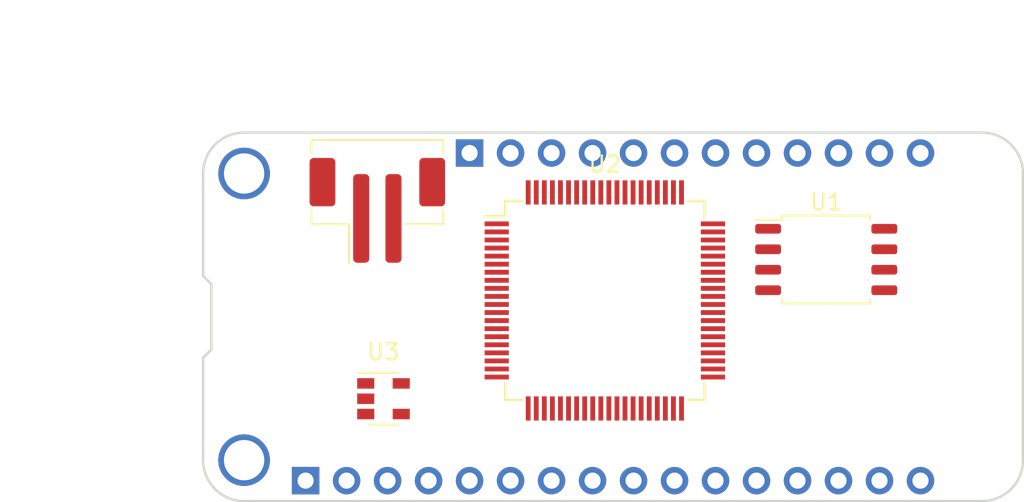
<source format=kicad_pcb>
(kicad_pcb (version 20171130) (host pcbnew "(5.1.5-0-10_14)")

  (general
    (thickness 1.6)
    (drawings 14)
    (tracks 0)
    (zones 0)
    (modules 10)
    (nets 79)
  )

  (page A4)
  (layers
    (0 F.Cu signal)
    (31 B.Cu signal)
    (32 B.Adhes user)
    (33 F.Adhes user)
    (34 B.Paste user)
    (35 F.Paste user)
    (36 B.SilkS user)
    (37 F.SilkS user)
    (38 B.Mask user)
    (39 F.Mask user)
    (40 Dwgs.User user)
    (41 Cmts.User user hide)
    (42 Eco1.User user)
    (43 Eco2.User user)
    (44 Edge.Cuts user)
    (45 Margin user)
    (46 B.CrtYd user)
    (47 F.CrtYd user)
    (48 B.Fab user)
    (49 F.Fab user)
  )

  (setup
    (last_trace_width 0.25)
    (trace_clearance 0.2)
    (zone_clearance 0.508)
    (zone_45_only no)
    (trace_min 0.2)
    (via_size 0.8)
    (via_drill 0.4)
    (via_min_size 0.4)
    (via_min_drill 0.3)
    (uvia_size 0.3)
    (uvia_drill 0.1)
    (uvias_allowed no)
    (uvia_min_size 0.2)
    (uvia_min_drill 0.1)
    (edge_width 0.05)
    (segment_width 0.2)
    (pcb_text_width 0.3)
    (pcb_text_size 1.5 1.5)
    (mod_edge_width 0.12)
    (mod_text_size 1 1)
    (mod_text_width 0.15)
    (pad_size 3.2 3.2)
    (pad_drill 2.5)
    (pad_to_mask_clearance 0.051)
    (solder_mask_min_width 0.25)
    (aux_axis_origin 0 0)
    (visible_elements FFFFF77F)
    (pcbplotparams
      (layerselection 0x010fc_ffffffff)
      (usegerberextensions false)
      (usegerberattributes false)
      (usegerberadvancedattributes false)
      (creategerberjobfile false)
      (excludeedgelayer true)
      (linewidth 0.100000)
      (plotframeref false)
      (viasonmask false)
      (mode 1)
      (useauxorigin false)
      (hpglpennumber 1)
      (hpglpenspeed 20)
      (hpglpendiameter 15.000000)
      (psnegative false)
      (psa4output false)
      (plotreference true)
      (plotvalue true)
      (plotinvisibletext false)
      (padsonsilk false)
      (subtractmaskfromsilk false)
      (outputformat 1)
      (mirror false)
      (drillshape 1)
      (scaleselection 1)
      (outputdirectory ""))
  )

  (net 0 "")
  (net 1 +BATT)
  (net 2 GND)
  (net 3 VBUS)
  (net 4 /MISC)
  (net 5 /TX)
  (net 6 /RX)
  (net 7 /MISO)
  (net 8 /MOSI)
  (net 9 /SCK)
  (net 10 /A5)
  (net 11 /A4)
  (net 12 /A3)
  (net 13 /A2)
  (net 14 /A1)
  (net 15 /A0)
  (net 16 /Aref)
  (net 17 +3V3)
  (net 18 /~RST~)
  (net 19 /SDA)
  (net 20 /SCL)
  (net 21 /GPIO05)
  (net 22 /GPIO06)
  (net 23 /GPIO09)
  (net 24 /GPIO10)
  (net 25 /GPIO11)
  (net 26 /GPIO12)
  (net 27 /GPIO13)
  (net 28 /EN)
  (net 29 /FlexSPI_D3_A)
  (net 30 /FlexSPI_CLK_A)
  (net 31 /FlexSPI_D0_A)
  (net 32 /FlexSPI_D2_A)
  (net 33 /FlexSPI_D1_A)
  (net 34 /FlexSPI_SS0)
  (net 35 /DCDC_OUT)
  (net 36 "Net-(U2-Pad76)")
  (net 37 "Net-(U2-Pad75)")
  (net 38 "Net-(U2-Pad74)")
  (net 39 "Net-(U2-Pad73)")
  (net 40 "Net-(U2-Pad72)")
  (net 41 "Net-(U2-Pad70)")
  (net 42 "Net-(U2-Pad62)")
  (net 43 "Net-(U2-Pad61)")
  (net 44 "Net-(U2-Pad60)")
  (net 45 /CS)
  (net 46 "Net-(U2-Pad46)")
  (net 47 /SWCLK)
  (net 48 /SWDIO)
  (net 49 "Net-(U2-Pad43)")
  (net 50 "Net-(C15-Pad1)")
  (net 51 "Net-(C5-Pad2)")
  (net 52 /XLO)
  (net 53 /XLI)
  (net 54 "Net-(U2-Pad36)")
  (net 55 "Net-(C13-Pad1)")
  (net 56 /D+)
  (net 57 /D-)
  (net 58 "Net-(C11-Pad1)")
  (net 59 "Net-(U2-Pad29)")
  (net 60 /RTCO)
  (net 61 /RTCI)
  (net 62 "Net-(C1-Pad1)")
  (net 63 "Net-(C20-Pad2)")
  (net 64 "Net-(U2-Pad24)")
  (net 65 "Net-(U2-Pad22)")
  (net 66 /ONOFF)
  (net 67 "Net-(C23-Pad1)")
  (net 68 "Net-(U2-Pad13)")
  (net 69 /GPIO5)
  (net 70 /GPIO6)
  (net 71 "Net-(U2-Pad5)")
  (net 72 "Net-(U2-Pad4)")
  (net 73 /GPIO9)
  (net 74 "Net-(U3-Pad5)")
  (net 75 "Net-(U3-Pad4)")
  (net 76 "Net-(U3-Pad3)")
  (net 77 "Net-(U3-Pad2)")
  (net 78 "Net-(U3-Pad1)")

  (net_class Default "This is the default net class."
    (clearance 0.2)
    (trace_width 0.25)
    (via_dia 0.8)
    (via_drill 0.4)
    (uvia_dia 0.3)
    (uvia_drill 0.1)
    (add_net +3V3)
    (add_net +BATT)
    (add_net /A0)
    (add_net /A1)
    (add_net /A2)
    (add_net /A3)
    (add_net /A4)
    (add_net /A5)
    (add_net /Aref)
    (add_net /CS)
    (add_net /D+)
    (add_net /D-)
    (add_net /DCDC_OUT)
    (add_net /EN)
    (add_net /FlexSPI_CLK_A)
    (add_net /FlexSPI_D0_A)
    (add_net /FlexSPI_D1_A)
    (add_net /FlexSPI_D2_A)
    (add_net /FlexSPI_D3_A)
    (add_net /FlexSPI_SS0)
    (add_net /GPIO05)
    (add_net /GPIO06)
    (add_net /GPIO09)
    (add_net /GPIO10)
    (add_net /GPIO11)
    (add_net /GPIO12)
    (add_net /GPIO13)
    (add_net /GPIO5)
    (add_net /GPIO6)
    (add_net /GPIO9)
    (add_net /MISC)
    (add_net /MISO)
    (add_net /MOSI)
    (add_net /ONOFF)
    (add_net /RTCI)
    (add_net /RTCO)
    (add_net /RX)
    (add_net /SCK)
    (add_net /SCL)
    (add_net /SDA)
    (add_net /SWCLK)
    (add_net /SWDIO)
    (add_net /TX)
    (add_net /XLI)
    (add_net /XLO)
    (add_net /~RST~)
    (add_net GND)
    (add_net "Net-(C1-Pad1)")
    (add_net "Net-(C11-Pad1)")
    (add_net "Net-(C13-Pad1)")
    (add_net "Net-(C15-Pad1)")
    (add_net "Net-(C20-Pad2)")
    (add_net "Net-(C23-Pad1)")
    (add_net "Net-(C5-Pad2)")
    (add_net "Net-(U2-Pad13)")
    (add_net "Net-(U2-Pad22)")
    (add_net "Net-(U2-Pad24)")
    (add_net "Net-(U2-Pad29)")
    (add_net "Net-(U2-Pad36)")
    (add_net "Net-(U2-Pad4)")
    (add_net "Net-(U2-Pad43)")
    (add_net "Net-(U2-Pad46)")
    (add_net "Net-(U2-Pad5)")
    (add_net "Net-(U2-Pad60)")
    (add_net "Net-(U2-Pad61)")
    (add_net "Net-(U2-Pad62)")
    (add_net "Net-(U2-Pad70)")
    (add_net "Net-(U2-Pad72)")
    (add_net "Net-(U2-Pad73)")
    (add_net "Net-(U2-Pad74)")
    (add_net "Net-(U2-Pad75)")
    (add_net "Net-(U2-Pad76)")
    (add_net "Net-(U3-Pad1)")
    (add_net "Net-(U3-Pad2)")
    (add_net "Net-(U3-Pad3)")
    (add_net "Net-(U3-Pad4)")
    (add_net "Net-(U3-Pad5)")
    (add_net VBUS)
  )

  (module Package_TO_SOT_SMD:SOT-23-5 (layer F.Cu) (tedit 5A02FF57) (tstamp 5E9CF47A)
    (at 138.176 97.79)
    (descr "5-pin SOT23 package")
    (tags SOT-23-5)
    (path /5E789F12)
    (attr smd)
    (fp_text reference U3 (at 0 -2.9) (layer F.SilkS)
      (effects (font (size 1 1) (thickness 0.15)))
    )
    (fp_text value AP2112K-3.3 (at 0 2.9) (layer F.Fab)
      (effects (font (size 1 1) (thickness 0.15)))
    )
    (fp_line (start 0.9 -1.55) (end 0.9 1.55) (layer F.Fab) (width 0.1))
    (fp_line (start 0.9 1.55) (end -0.9 1.55) (layer F.Fab) (width 0.1))
    (fp_line (start -0.9 -0.9) (end -0.9 1.55) (layer F.Fab) (width 0.1))
    (fp_line (start 0.9 -1.55) (end -0.25 -1.55) (layer F.Fab) (width 0.1))
    (fp_line (start -0.9 -0.9) (end -0.25 -1.55) (layer F.Fab) (width 0.1))
    (fp_line (start -1.9 1.8) (end -1.9 -1.8) (layer F.CrtYd) (width 0.05))
    (fp_line (start 1.9 1.8) (end -1.9 1.8) (layer F.CrtYd) (width 0.05))
    (fp_line (start 1.9 -1.8) (end 1.9 1.8) (layer F.CrtYd) (width 0.05))
    (fp_line (start -1.9 -1.8) (end 1.9 -1.8) (layer F.CrtYd) (width 0.05))
    (fp_line (start 0.9 -1.61) (end -1.55 -1.61) (layer F.SilkS) (width 0.12))
    (fp_line (start -0.9 1.61) (end 0.9 1.61) (layer F.SilkS) (width 0.12))
    (fp_text user %R (at 0 0 90) (layer F.Fab)
      (effects (font (size 0.5 0.5) (thickness 0.075)))
    )
    (pad 5 smd rect (at 1.1 -0.95) (size 1.06 0.65) (layers F.Cu F.Paste F.Mask)
      (net 74 "Net-(U3-Pad5)"))
    (pad 4 smd rect (at 1.1 0.95) (size 1.06 0.65) (layers F.Cu F.Paste F.Mask)
      (net 75 "Net-(U3-Pad4)"))
    (pad 3 smd rect (at -1.1 0.95) (size 1.06 0.65) (layers F.Cu F.Paste F.Mask)
      (net 76 "Net-(U3-Pad3)"))
    (pad 2 smd rect (at -1.1 0) (size 1.06 0.65) (layers F.Cu F.Paste F.Mask)
      (net 77 "Net-(U3-Pad2)"))
    (pad 1 smd rect (at -1.1 -0.95) (size 1.06 0.65) (layers F.Cu F.Paste F.Mask)
      (net 78 "Net-(U3-Pad1)"))
    (model ${KISYS3DMOD}/Package_TO_SOT_SMD.3dshapes/SOT-23-5.wrl
      (at (xyz 0 0 0))
      (scale (xyz 1 1 1))
      (rotate (xyz 0 0 0))
    )
  )

  (module Package_QFP:TQFP-80_12x12mm_P0.5mm (layer F.Cu) (tedit 5A02F146) (tstamp 5E9CF465)
    (at 151.892 91.694)
    (descr "80-Lead Plastic Thin Quad Flatpack (PT) - 12x12x1 mm Body, 2.00 mm [TQFP] (see Microchip Packaging Specification 00000049BS.pdf)")
    (tags "QFP 0.5")
    (path /5E778D1F)
    (attr smd)
    (fp_text reference U2 (at 0 -8.45) (layer F.SilkS)
      (effects (font (size 1 1) (thickness 0.15)))
    )
    (fp_text value MIMXRT1011DAE5A (at 0 8.45) (layer F.Fab)
      (effects (font (size 1 1) (thickness 0.15)))
    )
    (fp_line (start -6.175 -5.225) (end -7.45 -5.225) (layer F.SilkS) (width 0.15))
    (fp_line (start 6.175 -6.175) (end 5.125 -6.175) (layer F.SilkS) (width 0.15))
    (fp_line (start 6.175 6.175) (end 5.125 6.175) (layer F.SilkS) (width 0.15))
    (fp_line (start -6.175 6.175) (end -5.125 6.175) (layer F.SilkS) (width 0.15))
    (fp_line (start -6.175 -6.175) (end -5.125 -6.175) (layer F.SilkS) (width 0.15))
    (fp_line (start -6.175 6.175) (end -6.175 5.125) (layer F.SilkS) (width 0.15))
    (fp_line (start 6.175 6.175) (end 6.175 5.125) (layer F.SilkS) (width 0.15))
    (fp_line (start 6.175 -6.175) (end 6.175 -5.125) (layer F.SilkS) (width 0.15))
    (fp_line (start -6.175 -6.175) (end -6.175 -5.225) (layer F.SilkS) (width 0.15))
    (fp_line (start -7.7 7.7) (end 7.7 7.7) (layer F.CrtYd) (width 0.05))
    (fp_line (start -7.7 -7.7) (end 7.7 -7.7) (layer F.CrtYd) (width 0.05))
    (fp_line (start 7.7 -7.7) (end 7.7 7.7) (layer F.CrtYd) (width 0.05))
    (fp_line (start -7.7 -7.7) (end -7.7 7.7) (layer F.CrtYd) (width 0.05))
    (fp_line (start -6 -5) (end -5 -6) (layer F.Fab) (width 0.15))
    (fp_line (start -6 6) (end -6 -5) (layer F.Fab) (width 0.15))
    (fp_line (start 6 6) (end -6 6) (layer F.Fab) (width 0.15))
    (fp_line (start 6 -6) (end 6 6) (layer F.Fab) (width 0.15))
    (fp_line (start -5 -6) (end 6 -6) (layer F.Fab) (width 0.15))
    (fp_text user %R (at 0 0) (layer F.Fab)
      (effects (font (size 1 1) (thickness 0.15)))
    )
    (pad 80 smd rect (at -4.75 -6.7 90) (size 1.5 0.3) (layers F.Cu F.Paste F.Mask)
      (net 26 /GPIO12))
    (pad 79 smd rect (at -4.25 -6.7 90) (size 1.5 0.3) (layers F.Cu F.Paste F.Mask)
      (net 27 /GPIO13))
    (pad 78 smd rect (at -3.75 -6.7 90) (size 1.5 0.3) (layers F.Cu F.Paste F.Mask)
      (net 2 GND))
    (pad 77 smd rect (at -3.25 -6.7 90) (size 1.5 0.3) (layers F.Cu F.Paste F.Mask)
      (net 35 /DCDC_OUT))
    (pad 76 smd rect (at -2.75 -6.7 90) (size 1.5 0.3) (layers F.Cu F.Paste F.Mask)
      (net 36 "Net-(U2-Pad76)"))
    (pad 75 smd rect (at -2.25 -6.7 90) (size 1.5 0.3) (layers F.Cu F.Paste F.Mask)
      (net 37 "Net-(U2-Pad75)"))
    (pad 74 smd rect (at -1.75 -6.7 90) (size 1.5 0.3) (layers F.Cu F.Paste F.Mask)
      (net 38 "Net-(U2-Pad74)"))
    (pad 73 smd rect (at -1.25 -6.7 90) (size 1.5 0.3) (layers F.Cu F.Paste F.Mask)
      (net 39 "Net-(U2-Pad73)"))
    (pad 72 smd rect (at -0.75 -6.7 90) (size 1.5 0.3) (layers F.Cu F.Paste F.Mask)
      (net 40 "Net-(U2-Pad72)"))
    (pad 71 smd rect (at -0.25 -6.7 90) (size 1.5 0.3) (layers F.Cu F.Paste F.Mask)
      (net 17 +3V3))
    (pad 70 smd rect (at 0.25 -6.7 90) (size 1.5 0.3) (layers F.Cu F.Paste F.Mask)
      (net 41 "Net-(U2-Pad70)"))
    (pad 69 smd rect (at 0.75 -6.7 90) (size 1.5 0.3) (layers F.Cu F.Paste F.Mask)
      (net 34 /FlexSPI_SS0))
    (pad 68 smd rect (at 1.25 -6.7 90) (size 1.5 0.3) (layers F.Cu F.Paste F.Mask)
      (net 33 /FlexSPI_D1_A))
    (pad 67 smd rect (at 1.75 -6.7 90) (size 1.5 0.3) (layers F.Cu F.Paste F.Mask)
      (net 32 /FlexSPI_D2_A))
    (pad 66 smd rect (at 2.25 -6.7 90) (size 1.5 0.3) (layers F.Cu F.Paste F.Mask)
      (net 31 /FlexSPI_D0_A))
    (pad 65 smd rect (at 2.75 -6.7 90) (size 1.5 0.3) (layers F.Cu F.Paste F.Mask)
      (net 30 /FlexSPI_CLK_A))
    (pad 64 smd rect (at 3.25 -6.7 90) (size 1.5 0.3) (layers F.Cu F.Paste F.Mask)
      (net 29 /FlexSPI_D3_A))
    (pad 63 smd rect (at 3.75 -6.7 90) (size 1.5 0.3) (layers F.Cu F.Paste F.Mask)
      (net 17 +3V3))
    (pad 62 smd rect (at 4.25 -6.7 90) (size 1.5 0.3) (layers F.Cu F.Paste F.Mask)
      (net 42 "Net-(U2-Pad62)"))
    (pad 61 smd rect (at 4.75 -6.7 90) (size 1.5 0.3) (layers F.Cu F.Paste F.Mask)
      (net 43 "Net-(U2-Pad61)"))
    (pad 60 smd rect (at 6.7 -4.75) (size 1.5 0.3) (layers F.Cu F.Paste F.Mask)
      (net 44 "Net-(U2-Pad60)"))
    (pad 59 smd rect (at 6.7 -4.25) (size 1.5 0.3) (layers F.Cu F.Paste F.Mask)
      (net 15 /A0))
    (pad 58 smd rect (at 6.7 -3.75) (size 1.5 0.3) (layers F.Cu F.Paste F.Mask)
      (net 7 /MISO))
    (pad 57 smd rect (at 6.7 -3.25) (size 1.5 0.3) (layers F.Cu F.Paste F.Mask)
      (net 8 /MOSI))
    (pad 56 smd rect (at 6.7 -2.75) (size 1.5 0.3) (layers F.Cu F.Paste F.Mask)
      (net 45 /CS))
    (pad 55 smd rect (at 6.7 -2.25) (size 1.5 0.3) (layers F.Cu F.Paste F.Mask)
      (net 9 /SCK))
    (pad 54 smd rect (at 6.7 -1.75) (size 1.5 0.3) (layers F.Cu F.Paste F.Mask)
      (net 2 GND))
    (pad 53 smd rect (at 6.7 -1.25) (size 1.5 0.3) (layers F.Cu F.Paste F.Mask)
      (net 35 /DCDC_OUT))
    (pad 52 smd rect (at 6.7 -0.75) (size 1.5 0.3) (layers F.Cu F.Paste F.Mask)
      (net 14 /A1))
    (pad 51 smd rect (at 6.7 -0.25) (size 1.5 0.3) (layers F.Cu F.Paste F.Mask)
      (net 13 /A2))
    (pad 50 smd rect (at 6.7 0.25) (size 1.5 0.3) (layers F.Cu F.Paste F.Mask)
      (net 17 +3V3))
    (pad 49 smd rect (at 6.7 0.75) (size 1.5 0.3) (layers F.Cu F.Paste F.Mask)
      (net 12 /A3))
    (pad 48 smd rect (at 6.7 1.25) (size 1.5 0.3) (layers F.Cu F.Paste F.Mask)
      (net 11 /A4))
    (pad 47 smd rect (at 6.7 1.75) (size 1.5 0.3) (layers F.Cu F.Paste F.Mask)
      (net 10 /A5))
    (pad 46 smd rect (at 6.7 2.25) (size 1.5 0.3) (layers F.Cu F.Paste F.Mask)
      (net 46 "Net-(U2-Pad46)"))
    (pad 45 smd rect (at 6.7 2.75) (size 1.5 0.3) (layers F.Cu F.Paste F.Mask)
      (net 47 /SWCLK))
    (pad 44 smd rect (at 6.7 3.25) (size 1.5 0.3) (layers F.Cu F.Paste F.Mask)
      (net 48 /SWDIO))
    (pad 43 smd rect (at 6.7 3.75) (size 1.5 0.3) (layers F.Cu F.Paste F.Mask)
      (net 49 "Net-(U2-Pad43)"))
    (pad 42 smd rect (at 6.7 4.25) (size 1.5 0.3) (layers F.Cu F.Paste F.Mask)
      (net 17 +3V3))
    (pad 41 smd rect (at 6.7 4.75) (size 1.5 0.3) (layers F.Cu F.Paste F.Mask)
      (net 2 GND))
    (pad 40 smd rect (at 4.75 6.7 90) (size 1.5 0.3) (layers F.Cu F.Paste F.Mask)
      (net 50 "Net-(C15-Pad1)"))
    (pad 39 smd rect (at 4.25 6.7 90) (size 1.5 0.3) (layers F.Cu F.Paste F.Mask)
      (net 51 "Net-(C5-Pad2)"))
    (pad 38 smd rect (at 3.75 6.7 90) (size 1.5 0.3) (layers F.Cu F.Paste F.Mask)
      (net 52 /XLO))
    (pad 37 smd rect (at 3.25 6.7 90) (size 1.5 0.3) (layers F.Cu F.Paste F.Mask)
      (net 53 /XLI))
    (pad 36 smd rect (at 2.75 6.7 90) (size 1.5 0.3) (layers F.Cu F.Paste F.Mask)
      (net 54 "Net-(U2-Pad36)"))
    (pad 35 smd rect (at 2.25 6.7 90) (size 1.5 0.3) (layers F.Cu F.Paste F.Mask)
      (net 55 "Net-(C13-Pad1)"))
    (pad 34 smd rect (at 1.75 6.7 90) (size 1.5 0.3) (layers F.Cu F.Paste F.Mask)
      (net 2 GND))
    (pad 33 smd rect (at 1.25 6.7 90) (size 1.5 0.3) (layers F.Cu F.Paste F.Mask)
      (net 56 /D+))
    (pad 32 smd rect (at 0.75 6.7 90) (size 1.5 0.3) (layers F.Cu F.Paste F.Mask)
      (net 57 /D-))
    (pad 31 smd rect (at 0.25 6.7 90) (size 1.5 0.3) (layers F.Cu F.Paste F.Mask)
      (net 58 "Net-(C11-Pad1)"))
    (pad 30 smd rect (at -0.25 6.7 90) (size 1.5 0.3) (layers F.Cu F.Paste F.Mask)
      (net 2 GND))
    (pad 29 smd rect (at -0.75 6.7 90) (size 1.5 0.3) (layers F.Cu F.Paste F.Mask)
      (net 59 "Net-(U2-Pad29)"))
    (pad 28 smd rect (at -1.25 6.7 90) (size 1.5 0.3) (layers F.Cu F.Paste F.Mask)
      (net 60 /RTCO))
    (pad 27 smd rect (at -1.75 6.7 90) (size 1.5 0.3) (layers F.Cu F.Paste F.Mask)
      (net 61 /RTCI))
    (pad 26 smd rect (at -2.25 6.7 90) (size 1.5 0.3) (layers F.Cu F.Paste F.Mask)
      (net 62 "Net-(C1-Pad1)"))
    (pad 25 smd rect (at -2.75 6.7 90) (size 1.5 0.3) (layers F.Cu F.Paste F.Mask)
      (net 63 "Net-(C20-Pad2)"))
    (pad 24 smd rect (at -3.25 6.7 90) (size 1.5 0.3) (layers F.Cu F.Paste F.Mask)
      (net 64 "Net-(U2-Pad24)"))
    (pad 23 smd rect (at -3.75 6.7 90) (size 1.5 0.3) (layers F.Cu F.Paste F.Mask)
      (net 2 GND))
    (pad 22 smd rect (at -4.25 6.7 90) (size 1.5 0.3) (layers F.Cu F.Paste F.Mask)
      (net 65 "Net-(U2-Pad22)"))
    (pad 21 smd rect (at -4.75 6.7 90) (size 1.5 0.3) (layers F.Cu F.Paste F.Mask)
      (net 66 /ONOFF))
    (pad 20 smd rect (at -6.7 4.75) (size 1.5 0.3) (layers F.Cu F.Paste F.Mask)
      (net 2 GND))
    (pad 19 smd rect (at -6.7 4.25) (size 1.5 0.3) (layers F.Cu F.Paste F.Mask)
      (net 67 "Net-(C23-Pad1)"))
    (pad 18 smd rect (at -6.7 3.75) (size 1.5 0.3) (layers F.Cu F.Paste F.Mask)
      (net 17 +3V3))
    (pad 17 smd rect (at -6.7 3.25) (size 1.5 0.3) (layers F.Cu F.Paste F.Mask)
      (net 17 +3V3))
    (pad 16 smd rect (at -6.7 2.75) (size 1.5 0.3) (layers F.Cu F.Paste F.Mask)
      (net 2 GND))
    (pad 15 smd rect (at -6.7 2.25) (size 1.5 0.3) (layers F.Cu F.Paste F.Mask)
      (net 67 "Net-(C23-Pad1)"))
    (pad 14 smd rect (at -6.7 1.75) (size 1.5 0.3) (layers F.Cu F.Paste F.Mask)
      (net 35 /DCDC_OUT))
    (pad 13 smd rect (at -6.7 1.25) (size 1.5 0.3) (layers F.Cu F.Paste F.Mask)
      (net 68 "Net-(U2-Pad13)"))
    (pad 12 smd rect (at -6.7 0.75) (size 1.5 0.3) (layers F.Cu F.Paste F.Mask)
      (net 19 /SDA))
    (pad 11 smd rect (at -6.7 0.25) (size 1.5 0.3) (layers F.Cu F.Paste F.Mask)
      (net 20 /SCL))
    (pad 10 smd rect (at -6.7 -0.25) (size 1.5 0.3) (layers F.Cu F.Paste F.Mask)
      (net 6 /RX))
    (pad 9 smd rect (at -6.7 -0.75) (size 1.5 0.3) (layers F.Cu F.Paste F.Mask)
      (net 5 /TX))
    (pad 8 smd rect (at -6.7 -1.25) (size 1.5 0.3) (layers F.Cu F.Paste F.Mask)
      (net 69 /GPIO5))
    (pad 7 smd rect (at -6.7 -1.75) (size 1.5 0.3) (layers F.Cu F.Paste F.Mask)
      (net 17 +3V3))
    (pad 6 smd rect (at -6.7 -2.25) (size 1.5 0.3) (layers F.Cu F.Paste F.Mask)
      (net 70 /GPIO6))
    (pad 5 smd rect (at -6.7 -2.75) (size 1.5 0.3) (layers F.Cu F.Paste F.Mask)
      (net 71 "Net-(U2-Pad5)"))
    (pad 4 smd rect (at -6.7 -3.25) (size 1.5 0.3) (layers F.Cu F.Paste F.Mask)
      (net 72 "Net-(U2-Pad4)"))
    (pad 3 smd rect (at -6.7 -3.75) (size 1.5 0.3) (layers F.Cu F.Paste F.Mask)
      (net 73 /GPIO9))
    (pad 2 smd rect (at -6.7 -4.25) (size 1.5 0.3) (layers F.Cu F.Paste F.Mask)
      (net 24 /GPIO10))
    (pad 1 smd rect (at -6.7 -4.75) (size 1.5 0.3) (layers F.Cu F.Paste F.Mask)
      (net 25 /GPIO11))
    (model ${KISYS3DMOD}/Package_QFP.3dshapes/TQFP-80_12x12mm_P0.5mm.wrl
      (at (xyz 0 0 0))
      (scale (xyz 1 1 1))
      (rotate (xyz 0 0 0))
    )
  )

  (module Package_SO:SOIC-8_5.23x5.23mm_P1.27mm (layer F.Cu) (tedit 5D9F72B1) (tstamp 5E9CF3FE)
    (at 165.608 89.154)
    (descr "SOIC, 8 Pin (http://www.winbond.com/resource-files/w25q32jv%20revg%2003272018%20plus.pdf#page=68), generated with kicad-footprint-generator ipc_gullwing_generator.py")
    (tags "SOIC SO")
    (path /5EBBB1D9)
    (attr smd)
    (fp_text reference U1 (at 0 -3.56) (layer F.SilkS)
      (effects (font (size 1 1) (thickness 0.15)))
    )
    (fp_text value W25Q128JVS (at 0 3.56) (layer F.Fab)
      (effects (font (size 1 1) (thickness 0.15)))
    )
    (fp_text user %R (at 0 0) (layer F.Fab)
      (effects (font (size 1 1) (thickness 0.15)))
    )
    (fp_line (start 4.65 -2.86) (end -4.65 -2.86) (layer F.CrtYd) (width 0.05))
    (fp_line (start 4.65 2.86) (end 4.65 -2.86) (layer F.CrtYd) (width 0.05))
    (fp_line (start -4.65 2.86) (end 4.65 2.86) (layer F.CrtYd) (width 0.05))
    (fp_line (start -4.65 -2.86) (end -4.65 2.86) (layer F.CrtYd) (width 0.05))
    (fp_line (start -2.615 -1.615) (end -1.615 -2.615) (layer F.Fab) (width 0.1))
    (fp_line (start -2.615 2.615) (end -2.615 -1.615) (layer F.Fab) (width 0.1))
    (fp_line (start 2.615 2.615) (end -2.615 2.615) (layer F.Fab) (width 0.1))
    (fp_line (start 2.615 -2.615) (end 2.615 2.615) (layer F.Fab) (width 0.1))
    (fp_line (start -1.615 -2.615) (end 2.615 -2.615) (layer F.Fab) (width 0.1))
    (fp_line (start -2.725 -2.465) (end -4.4 -2.465) (layer F.SilkS) (width 0.12))
    (fp_line (start -2.725 -2.725) (end -2.725 -2.465) (layer F.SilkS) (width 0.12))
    (fp_line (start 0 -2.725) (end -2.725 -2.725) (layer F.SilkS) (width 0.12))
    (fp_line (start 2.725 -2.725) (end 2.725 -2.465) (layer F.SilkS) (width 0.12))
    (fp_line (start 0 -2.725) (end 2.725 -2.725) (layer F.SilkS) (width 0.12))
    (fp_line (start -2.725 2.725) (end -2.725 2.465) (layer F.SilkS) (width 0.12))
    (fp_line (start 0 2.725) (end -2.725 2.725) (layer F.SilkS) (width 0.12))
    (fp_line (start 2.725 2.725) (end 2.725 2.465) (layer F.SilkS) (width 0.12))
    (fp_line (start 0 2.725) (end 2.725 2.725) (layer F.SilkS) (width 0.12))
    (pad 8 smd roundrect (at 3.6 -1.905) (size 1.6 0.6) (layers F.Cu F.Paste F.Mask) (roundrect_rratio 0.25)
      (net 17 +3V3))
    (pad 7 smd roundrect (at 3.6 -0.635) (size 1.6 0.6) (layers F.Cu F.Paste F.Mask) (roundrect_rratio 0.25)
      (net 29 /FlexSPI_D3_A))
    (pad 6 smd roundrect (at 3.6 0.635) (size 1.6 0.6) (layers F.Cu F.Paste F.Mask) (roundrect_rratio 0.25)
      (net 30 /FlexSPI_CLK_A))
    (pad 5 smd roundrect (at 3.6 1.905) (size 1.6 0.6) (layers F.Cu F.Paste F.Mask) (roundrect_rratio 0.25)
      (net 31 /FlexSPI_D0_A))
    (pad 4 smd roundrect (at -3.6 1.905) (size 1.6 0.6) (layers F.Cu F.Paste F.Mask) (roundrect_rratio 0.25)
      (net 2 GND))
    (pad 3 smd roundrect (at -3.6 0.635) (size 1.6 0.6) (layers F.Cu F.Paste F.Mask) (roundrect_rratio 0.25)
      (net 32 /FlexSPI_D2_A))
    (pad 2 smd roundrect (at -3.6 -0.635) (size 1.6 0.6) (layers F.Cu F.Paste F.Mask) (roundrect_rratio 0.25)
      (net 33 /FlexSPI_D1_A))
    (pad 1 smd roundrect (at -3.6 -1.905) (size 1.6 0.6) (layers F.Cu F.Paste F.Mask) (roundrect_rratio 0.25)
      (net 34 /FlexSPI_SS0))
    (model ${KISYS3DMOD}/Package_SO.3dshapes/SOIC-8_5.23x5.23mm_P1.27mm.wrl
      (at (xyz 0 0 0))
      (scale (xyz 1 1 1))
      (rotate (xyz 0 0 0))
    )
  )

  (module Connector_JST:JST_PH_B2B-PH-SM4-TB_1x02-1MP_P2.00mm_Vertical (layer F.Cu) (tedit 5B78AD87) (tstamp 5D53D682)
    (at 137.795 86.106)
    (descr "JST PH series connector, B2B-PH-SM4-TB (http://www.jst-mfg.com/product/pdf/eng/ePH.pdf), generated with kicad-footprint-generator")
    (tags "connector JST PH side entry")
    (path /5D4DC9A5)
    (attr smd)
    (fp_text reference J1 (at 0 -5.45) (layer F.SilkS) hide
      (effects (font (size 1 1) (thickness 0.15)))
    )
    (fp_text value Conn_Battery (at 0 4.45) (layer F.Fab) hide
      (effects (font (size 1 1) (thickness 0.15)))
    )
    (fp_text user %R (at 0 -1) (layer F.Fab) hide
      (effects (font (size 1 1) (thickness 0.15)))
    )
    (fp_line (start -1 0.042893) (end -0.5 0.75) (layer F.Fab) (width 0.1))
    (fp_line (start -1.5 0.75) (end -1 0.042893) (layer F.Fab) (width 0.1))
    (fp_line (start 4.7 -4.75) (end -4.7 -4.75) (layer F.CrtYd) (width 0.05))
    (fp_line (start 4.7 3.75) (end 4.7 -4.75) (layer F.CrtYd) (width 0.05))
    (fp_line (start -4.7 3.75) (end 4.7 3.75) (layer F.CrtYd) (width 0.05))
    (fp_line (start -4.7 -4.75) (end -4.7 3.75) (layer F.CrtYd) (width 0.05))
    (fp_line (start 1.25 -2.75) (end 0.75 -2.75) (layer F.Fab) (width 0.1))
    (fp_line (start 1.25 -2.25) (end 1.25 -2.75) (layer F.Fab) (width 0.1))
    (fp_line (start 0.75 -2.25) (end 1.25 -2.25) (layer F.Fab) (width 0.1))
    (fp_line (start 0.75 -2.75) (end 0.75 -2.25) (layer F.Fab) (width 0.1))
    (fp_line (start -0.75 -2.75) (end -1.25 -2.75) (layer F.Fab) (width 0.1))
    (fp_line (start -0.75 -2.25) (end -0.75 -2.75) (layer F.Fab) (width 0.1))
    (fp_line (start -1.25 -2.25) (end -0.75 -2.25) (layer F.Fab) (width 0.1))
    (fp_line (start -1.25 -2.75) (end -1.25 -2.25) (layer F.Fab) (width 0.1))
    (fp_line (start 3.975 0.75) (end 3.975 -4.25) (layer F.Fab) (width 0.1))
    (fp_line (start -3.975 0.75) (end -3.975 -4.25) (layer F.Fab) (width 0.1))
    (fp_line (start -3.975 -4.25) (end 3.975 -4.25) (layer F.Fab) (width 0.1))
    (fp_line (start 4.085 -4.36) (end 4.085 -3.51) (layer F.SilkS) (width 0.12))
    (fp_line (start -4.085 -4.36) (end 4.085 -4.36) (layer F.SilkS) (width 0.12))
    (fp_line (start -4.085 -3.51) (end -4.085 -4.36) (layer F.SilkS) (width 0.12))
    (fp_line (start 4.085 0.86) (end 1.76 0.86) (layer F.SilkS) (width 0.12))
    (fp_line (start 4.085 0.01) (end 4.085 0.86) (layer F.SilkS) (width 0.12))
    (fp_line (start -1.76 0.86) (end -1.76 3.25) (layer F.SilkS) (width 0.12))
    (fp_line (start -4.085 0.86) (end -1.76 0.86) (layer F.SilkS) (width 0.12))
    (fp_line (start -4.085 0.01) (end -4.085 0.86) (layer F.SilkS) (width 0.12))
    (fp_line (start -3.975 0.75) (end 3.975 0.75) (layer F.Fab) (width 0.1))
    (pad MP smd roundrect (at 3.4 -1.75) (size 1.6 3) (layers F.Cu F.Paste F.Mask) (roundrect_rratio 0.15625))
    (pad MP smd roundrect (at -3.4 -1.75) (size 1.6 3) (layers F.Cu F.Paste F.Mask) (roundrect_rratio 0.15625))
    (pad 2 smd roundrect (at 1 0.5) (size 1 5.5) (layers F.Cu F.Paste F.Mask) (roundrect_rratio 0.25)
      (net 1 +BATT))
    (pad 1 smd roundrect (at -1 0.5) (size 1 5.5) (layers F.Cu F.Paste F.Mask) (roundrect_rratio 0.25)
      (net 2 GND))
    (model ${KISYS3DMOD}/Connector_JST.3dshapes/JST_PH_B2B-PH-SM4-TB_1x02-1MP_P2.00mm_Vertical.wrl
      (at (xyz 0 0 0))
      (scale (xyz 1 1 1))
      (rotate (xyz 0 0 0))
    )
  )

  (module MountingHole:MountingHole_2.5mm_Pad locked (layer F.Cu) (tedit 5D4D8656) (tstamp 5D4E0263)
    (at 129.54 83.82)
    (descr "Mounting Hole 2.5mm")
    (tags "mounting hole 2.5mm")
    (attr virtual)
    (fp_text reference REF** (at 0 -3.5) (layer F.SilkS) hide
      (effects (font (size 1 1) (thickness 0.15)))
    )
    (fp_text value MountingHole_2.5mm_Pad (at 0 3.5) (layer F.Fab) hide
      (effects (font (size 1 1) (thickness 0.15)))
    )
    (fp_text user %R (at 0.3 0) (layer F.Fab) hide
      (effects (font (size 1 1) (thickness 0.15)))
    )
    (pad "" thru_hole circle (at 0 0) (size 3.2 3.2) (drill 2.5) (layers *.Cu *.Mask))
  )

  (module MountingHole:MountingHole_2.5mm_Pad locked (layer F.Cu) (tedit 5D4D8651) (tstamp 5D4E00FA)
    (at 129.54 101.6)
    (descr "Mounting Hole 2.5mm")
    (tags "mounting hole 2.5mm")
    (attr virtual)
    (fp_text reference REF** (at 0 -3.5) (layer F.SilkS) hide
      (effects (font (size 1 1) (thickness 0.15)))
    )
    (fp_text value MountingHole_2.5mm_Pad (at 0 3.5) (layer F.Fab) hide
      (effects (font (size 1 1) (thickness 0.15)))
    )
    (fp_text user %R (at 0.3 0) (layer F.Fab) hide
      (effects (font (size 1 1) (thickness 0.15)))
    )
    (pad "" thru_hole circle (at 0 0) (size 3.2 3.2) (drill 2.5) (layers *.Cu *.Mask))
  )

  (module MountingHole:MountingHole_2.2mm_M2 locked (layer F.Cu) (tedit 5D4D864B) (tstamp 5D4E0624)
    (at 175.26 102.235)
    (descr "Mounting Hole 2.2mm, no annular, M2")
    (tags "mounting hole 2.2mm no annular m2")
    (attr virtual)
    (fp_text reference REF** (at 0 -3.2) (layer F.SilkS) hide
      (effects (font (size 1 1) (thickness 0.15)))
    )
    (fp_text value MountingHole_2.2mm_M2 (at 0 3.2) (layer F.Fab) hide
      (effects (font (size 1 1) (thickness 0.15)))
    )
    (fp_text user %R (at 0.3 0) (layer F.Fab) hide
      (effects (font (size 1 1) (thickness 0.15)))
    )
    (pad 1 np_thru_hole circle (at 0 0) (size 2.2 2.2) (drill 2.2) (layers *.Cu *.Mask))
  )

  (module MountingHole:MountingHole_2.2mm_M2 locked (layer F.Cu) (tedit 5D4D8641) (tstamp 5D4E05EF)
    (at 175.26 83.185)
    (descr "Mounting Hole 2.2mm, no annular, M2")
    (tags "mounting hole 2.2mm no annular m2")
    (attr virtual)
    (fp_text reference REF** (at 0 -3.2) (layer F.SilkS) hide
      (effects (font (size 1 1) (thickness 0.15)))
    )
    (fp_text value MountingHole_2.2mm_M2 (at 0 3.2) (layer F.Fab) hide
      (effects (font (size 1 1) (thickness 0.15)))
    )
    (fp_text user %R (at 0.3 0) (layer F.Fab) hide
      (effects (font (size 1 1) (thickness 0.15)))
    )
    (pad 1 np_thru_hole circle (at 0 0) (size 2.2 2.2) (drill 2.2) (layers *.Cu *.Mask))
  )

  (module Connector_PinSocket_2.54mm:PinSocket_1x12_P2.54mm_Vertical (layer F.Cu) (tedit 5D4D8634) (tstamp 5D4E07D8)
    (at 143.51 82.55 90)
    (descr "Through hole straight socket strip, 1x12, 2.54mm pitch, single row (from Kicad 4.0.7), script generated")
    (tags "Through hole socket strip THT 1x12 2.54mm single row")
    (path /5D4E69E8)
    (fp_text reference J4 (at 0 -2.77 90) (layer F.SilkS) hide
      (effects (font (size 1 1) (thickness 0.15)))
    )
    (fp_text value Conn_Right (at 0 30.71 90) (layer F.Fab) hide
      (effects (font (size 1 1) (thickness 0.15)))
    )
    (fp_text user %R (at 0 13.97 180) (layer F.Fab) hide
      (effects (font (size 1 1) (thickness 0.15)))
    )
    (fp_line (start -1.27 29.21) (end -1.27 -1.27) (layer F.Fab) (width 0.1))
    (fp_line (start 1.27 29.21) (end -1.27 29.21) (layer F.Fab) (width 0.1))
    (fp_line (start 1.27 -0.635) (end 1.27 29.21) (layer F.Fab) (width 0.1))
    (fp_line (start 0.635 -1.27) (end 1.27 -0.635) (layer F.Fab) (width 0.1))
    (fp_line (start -1.27 -1.27) (end 0.635 -1.27) (layer F.Fab) (width 0.1))
    (pad 12 thru_hole oval (at 0 27.94 90) (size 1.7 1.7) (drill 1) (layers *.Cu *.Mask)
      (net 19 /SDA))
    (pad 11 thru_hole oval (at 0 25.4 90) (size 1.7 1.7) (drill 1) (layers *.Cu *.Mask)
      (net 20 /SCL))
    (pad 10 thru_hole oval (at 0 22.86 90) (size 1.7 1.7) (drill 1) (layers *.Cu *.Mask)
      (net 21 /GPIO05))
    (pad 9 thru_hole oval (at 0 20.32 90) (size 1.7 1.7) (drill 1) (layers *.Cu *.Mask)
      (net 22 /GPIO06))
    (pad 8 thru_hole oval (at 0 17.78 90) (size 1.7 1.7) (drill 1) (layers *.Cu *.Mask)
      (net 23 /GPIO09))
    (pad 7 thru_hole oval (at 0 15.24 90) (size 1.7 1.7) (drill 1) (layers *.Cu *.Mask)
      (net 24 /GPIO10))
    (pad 6 thru_hole oval (at 0 12.7 90) (size 1.7 1.7) (drill 1) (layers *.Cu *.Mask)
      (net 25 /GPIO11))
    (pad 5 thru_hole oval (at 0 10.16 90) (size 1.7 1.7) (drill 1) (layers *.Cu *.Mask)
      (net 26 /GPIO12))
    (pad 4 thru_hole oval (at 0 7.62 90) (size 1.7 1.7) (drill 1) (layers *.Cu *.Mask)
      (net 27 /GPIO13))
    (pad 3 thru_hole oval (at 0 5.08 90) (size 1.7 1.7) (drill 1) (layers *.Cu *.Mask)
      (net 3 VBUS))
    (pad 2 thru_hole oval (at 0 2.54 90) (size 1.7 1.7) (drill 1) (layers *.Cu *.Mask)
      (net 28 /EN))
    (pad 1 thru_hole rect (at 0 0 90) (size 1.7 1.7) (drill 1) (layers *.Cu *.Mask)
      (net 1 +BATT))
    (model ${KISYS3DMOD}/Connector_PinSocket_2.54mm.3dshapes/PinSocket_1x12_P2.54mm_Vertical.wrl
      (at (xyz 0 0 0))
      (scale (xyz 1 1 1))
      (rotate (xyz 0 0 0))
    )
  )

  (module Connector_PinSocket_2.54mm:PinSocket_1x16_P2.54mm_Vertical (layer F.Cu) (tedit 5D4D85F8) (tstamp 5D4E07B8)
    (at 133.35 102.87 90)
    (descr "Through hole straight socket strip, 1x16, 2.54mm pitch, single row (from Kicad 4.0.7), script generated")
    (tags "Through hole socket strip THT 1x16 2.54mm single row")
    (path /5D4E7BAF)
    (fp_text reference J3 (at 0 -2.77 90) (layer F.SilkS) hide
      (effects (font (size 1 1) (thickness 0.15)))
    )
    (fp_text value Conn_Left (at 0 40.87 90) (layer F.Fab) hide
      (effects (font (size 1 1) (thickness 0.15)))
    )
    (fp_text user %R (at 0 19.05 180) (layer F.Fab) hide
      (effects (font (size 1 1) (thickness 0.15)))
    )
    (fp_line (start -1.27 39.37) (end -1.27 -1.27) (layer F.Fab) (width 0.1))
    (fp_line (start 1.27 39.37) (end -1.27 39.37) (layer F.Fab) (width 0.1))
    (fp_line (start 1.27 -0.635) (end 1.27 39.37) (layer F.Fab) (width 0.1))
    (fp_line (start 0.635 -1.27) (end 1.27 -0.635) (layer F.Fab) (width 0.1))
    (fp_line (start -1.27 -1.27) (end 0.635 -1.27) (layer F.Fab) (width 0.1))
    (pad 16 thru_hole oval (at 0 38.1 90) (size 1.7 1.7) (drill 1) (layers *.Cu *.Mask)
      (net 4 /MISC))
    (pad 15 thru_hole oval (at 0 35.56 90) (size 1.7 1.7) (drill 1) (layers *.Cu *.Mask)
      (net 5 /TX))
    (pad 14 thru_hole oval (at 0 33.02 90) (size 1.7 1.7) (drill 1) (layers *.Cu *.Mask)
      (net 6 /RX))
    (pad 13 thru_hole oval (at 0 30.48 90) (size 1.7 1.7) (drill 1) (layers *.Cu *.Mask)
      (net 7 /MISO))
    (pad 12 thru_hole oval (at 0 27.94 90) (size 1.7 1.7) (drill 1) (layers *.Cu *.Mask)
      (net 8 /MOSI))
    (pad 11 thru_hole oval (at 0 25.4 90) (size 1.7 1.7) (drill 1) (layers *.Cu *.Mask)
      (net 9 /SCK))
    (pad 10 thru_hole oval (at 0 22.86 90) (size 1.7 1.7) (drill 1) (layers *.Cu *.Mask)
      (net 10 /A5))
    (pad 9 thru_hole oval (at 0 20.32 90) (size 1.7 1.7) (drill 1) (layers *.Cu *.Mask)
      (net 11 /A4))
    (pad 8 thru_hole oval (at 0 17.78 90) (size 1.7 1.7) (drill 1) (layers *.Cu *.Mask)
      (net 12 /A3))
    (pad 7 thru_hole oval (at 0 15.24 90) (size 1.7 1.7) (drill 1) (layers *.Cu *.Mask)
      (net 13 /A2))
    (pad 6 thru_hole oval (at 0 12.7 90) (size 1.7 1.7) (drill 1) (layers *.Cu *.Mask)
      (net 14 /A1))
    (pad 5 thru_hole oval (at 0 10.16 90) (size 1.7 1.7) (drill 1) (layers *.Cu *.Mask)
      (net 15 /A0))
    (pad 4 thru_hole oval (at 0 7.62 90) (size 1.7 1.7) (drill 1) (layers *.Cu *.Mask)
      (net 2 GND))
    (pad 3 thru_hole oval (at 0 5.08 90) (size 1.7 1.7) (drill 1) (layers *.Cu *.Mask)
      (net 16 /Aref))
    (pad 2 thru_hole oval (at 0 2.54 90) (size 1.7 1.7) (drill 1) (layers *.Cu *.Mask)
      (net 17 +3V3))
    (pad 1 thru_hole rect (at 0 0 90) (size 1.7 1.7) (drill 1) (layers *.Cu *.Mask)
      (net 18 /~RST~))
    (model ${KISYS3DMOD}/Connector_PinSocket_2.54mm.3dshapes/PinSocket_1x16_P2.54mm_Vertical.wrl
      (at (xyz 0 0 0))
      (scale (xyz 1 1 1))
      (rotate (xyz 0 0 0))
    )
  )

  (dimension 50.8 (width 0.15) (layer Dwgs.User)
    (gr_text "2.0000 in" (at 152.4 73.757) (layer Dwgs.User)
      (effects (font (size 1 1) (thickness 0.15)))
    )
    (feature1 (pts (xy 177.8 78.74) (xy 177.8 74.470579)))
    (feature2 (pts (xy 127 78.74) (xy 127 74.470579)))
    (crossbar (pts (xy 127 75.057) (xy 177.8 75.057)))
    (arrow1a (pts (xy 177.8 75.057) (xy 176.673496 75.643421)))
    (arrow1b (pts (xy 177.8 75.057) (xy 176.673496 74.470579)))
    (arrow2a (pts (xy 127 75.057) (xy 128.126504 75.643421)))
    (arrow2b (pts (xy 127 75.057) (xy 128.126504 74.470579)))
  )
  (dimension 22.86 (width 0.15) (layer Dwgs.User)
    (gr_text "0.9000 in" (at 118.08 92.71 270) (layer Dwgs.User)
      (effects (font (size 1 1) (thickness 0.15)))
    )
    (feature1 (pts (xy 124.46 104.14) (xy 118.793579 104.14)))
    (feature2 (pts (xy 124.46 81.28) (xy 118.793579 81.28)))
    (crossbar (pts (xy 119.38 81.28) (xy 119.38 104.14)))
    (arrow1a (pts (xy 119.38 104.14) (xy 118.793579 103.013496)))
    (arrow1b (pts (xy 119.38 104.14) (xy 119.966421 103.013496)))
    (arrow2a (pts (xy 119.38 81.28) (xy 118.793579 82.406504)))
    (arrow2b (pts (xy 119.38 81.28) (xy 119.966421 82.406504)))
  )
  (gr_arc (start 129.54 101.6) (end 127 101.6) (angle -90) (layer Edge.Cuts) (width 0.15) (tstamp 5D4D9C62))
  (gr_line (start 127 95.25) (end 127 101.6) (layer Edge.Cuts) (width 0.15) (tstamp 5D4D9C61))
  (gr_line (start 127.508 94.742) (end 127 95.25) (layer Edge.Cuts) (width 0.15) (tstamp 5D4D9C60))
  (gr_line (start 127.508 90.678) (end 127.508 94.742) (layer Edge.Cuts) (width 0.15) (tstamp 5D4D9C5F))
  (gr_line (start 127 90.17) (end 127.508 90.678) (layer Edge.Cuts) (width 0.15) (tstamp 5D4D9C5E))
  (gr_line (start 127 83.82) (end 127 90.17) (layer Edge.Cuts) (width 0.15) (tstamp 5D4D9C5D))
  (gr_arc (start 129.54 83.82) (end 129.54 81.28) (angle -90) (layer Edge.Cuts) (width 0.15) (tstamp 5D4D9C58))
  (gr_arc (start 175.26 101.6) (end 175.26 104.14) (angle -90) (layer Edge.Cuts) (width 0.15) (tstamp 5D4D9C57))
  (gr_line (start 175.26 81.28) (end 129.54 81.28) (layer Edge.Cuts) (width 0.15) (tstamp 5D4D9C56))
  (gr_arc (start 175.26 83.82) (end 177.8 83.82) (angle -90) (layer Edge.Cuts) (width 0.15) (tstamp 5D4D9C55))
  (gr_line (start 129.54 104.14) (end 175.26 104.14) (layer Edge.Cuts) (width 0.15) (tstamp 5D4D9C54))
  (gr_line (start 177.8 101.6) (end 177.8 83.82) (layer Edge.Cuts) (width 0.15) (tstamp 5D4DBB23))

)

</source>
